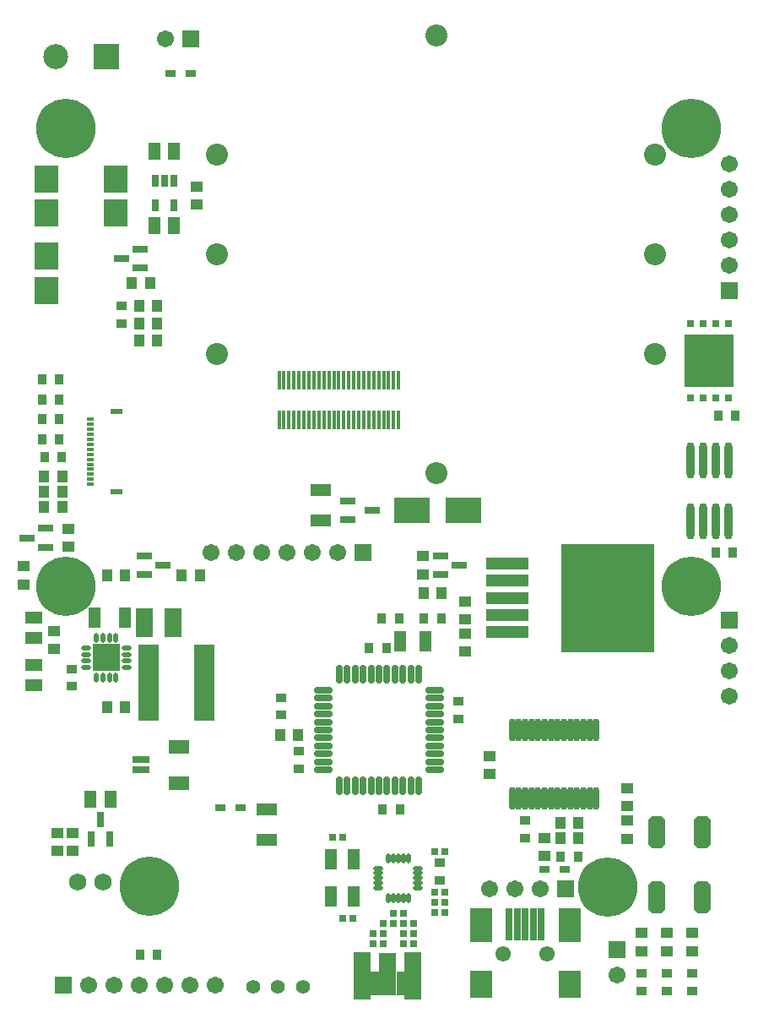
<source format=gts>
%FSLAX25Y25*%
%MOIN*%
G70*
G01*
G75*
G04 Layer_Color=8388736*
%ADD10R,0.02362X0.02362*%
%ADD11R,0.05512X0.02362*%
%ADD12R,0.05315X0.02362*%
%ADD13R,0.03740X0.03150*%
%ADD14R,0.02953X0.03543*%
%ADD15R,0.07087X0.04134*%
%ADD16R,0.03150X0.01969*%
%ADD17R,0.08465X0.09843*%
%ADD18R,0.01969X0.02362*%
%ADD19R,0.18898X0.20315*%
%ADD20O,0.02362X0.13583*%
%ADD21O,0.01772X0.08268*%
%ADD22R,0.05906X0.16142*%
%ADD23R,0.05906X0.17716*%
%ADD24R,0.04134X0.08661*%
%ADD25R,0.05906X0.11024*%
%ADD26R,0.06102X0.02362*%
%ADD27R,0.07087X0.04724*%
%ADD28R,0.03937X0.01181*%
%ADD29R,0.02756X0.01181*%
%ADD30R,0.03150X0.03740*%
%ADD31R,0.03543X0.02953*%
%ADD32O,0.01181X0.03150*%
%ADD33O,0.03150X0.01181*%
%ADD34R,0.04331X0.07480*%
%ADD35R,0.04134X0.07087*%
%ADD36R,0.05709X0.04331*%
%ADD37R,0.04331X0.07480*%
%ADD38O,0.02165X0.06890*%
%ADD39O,0.06890X0.02165*%
%ADD40R,0.00984X0.07087*%
%ADD41R,0.04331X0.05709*%
%ADD42R,0.02362X0.05512*%
%ADD43R,0.07874X0.12992*%
%ADD44R,0.07874X0.09843*%
%ADD45R,0.01969X0.12205*%
%ADD46R,0.09843X0.09843*%
%ADD47O,0.03150X0.01378*%
%ADD48O,0.01378X0.03150*%
%ADD49R,0.07087X0.29528*%
%ADD50R,0.02362X0.04134*%
%ADD51R,0.04134X0.05906*%
%ADD52R,0.13189X0.09646*%
%ADD53R,0.35827X0.42323*%
%ADD54R,0.16339X0.03937*%
%ADD55C,0.01000*%
%ADD56C,0.01200*%
%ADD57C,0.03000*%
%ADD58C,0.04000*%
%ADD59C,0.02000*%
%ADD60C,0.01500*%
%ADD61C,0.00800*%
%ADD62R,0.00653X0.00435*%
%ADD63R,0.02142X0.00344*%
%ADD64R,0.04702X0.00344*%
%ADD65R,0.00286X0.00429*%
%ADD66R,0.00262X0.00395*%
%ADD67R,0.00248X0.00441*%
%ADD68R,0.00441X0.00236*%
%ADD69R,0.00280X0.00186*%
%ADD70R,0.00239X0.00358*%
%ADD71R,0.00239X0.00358*%
%ADD72R,0.00342X0.00386*%
%ADD73R,0.00342X0.00386*%
%ADD74R,0.01705X0.01280*%
%ADD75R,0.01705X0.00581*%
%ADD76R,0.04134X0.11614*%
%ADD77R,0.06299X0.06988*%
%ADD78R,0.07776X0.02559*%
%ADD79R,0.03937X0.04715*%
%ADD80R,0.07569X0.07569*%
G04:AMPARAMS|DCode=81|XSize=120mil|YSize=60mil|CornerRadius=0mil|HoleSize=0mil|Usage=FLASHONLY|Rotation=90.000|XOffset=0mil|YOffset=0mil|HoleType=Round|Shape=Octagon|*
%AMOCTAGOND81*
4,1,8,0.01500,0.06000,-0.01500,0.06000,-0.03000,0.04500,-0.03000,-0.04500,-0.01500,-0.06000,0.01500,-0.06000,0.03000,-0.04500,0.03000,0.04500,0.01500,0.06000,0.0*
%
%ADD81OCTAGOND81*%

%ADD82C,0.04724*%
%ADD83R,0.05906X0.05906*%
%ADD84C,0.05906*%
%ADD85R,0.05906X0.05906*%
%ADD86R,0.09055X0.09055*%
%ADD87C,0.09055*%
%ADD88C,0.22638*%
%ADD89C,0.07874*%
%ADD90C,0.06000*%
%ADD91C,0.05315*%
%ADD92C,0.02400*%
%ADD93C,0.05000*%
%ADD94C,0.04800*%
%ADD95R,0.00613X0.00499*%
%ADD96C,0.00984*%
%ADD97C,0.02362*%
%ADD98C,0.00400*%
%ADD99C,0.00787*%
%ADD100C,0.00591*%
%ADD101C,0.00492*%
%ADD102C,0.01969*%
%ADD103C,0.00700*%
%ADD104R,0.06299X0.02165*%
%ADD105R,0.02165X0.10236*%
%ADD106R,0.02165X0.06299*%
%ADD107R,0.01378X0.03150*%
%ADD108R,0.01280X0.03051*%
%ADD109R,0.03162X0.03162*%
%ADD110R,0.06312X0.03162*%
%ADD111R,0.06115X0.03162*%
%ADD112R,0.04540X0.03950*%
%ADD113R,0.03753X0.04343*%
%ADD114R,0.07887X0.04934*%
%ADD115R,0.03950X0.02769*%
%ADD116R,0.09265X0.10642*%
%ADD117R,0.02769X0.03162*%
%ADD118R,0.19698X0.21115*%
%ADD119O,0.03162X0.14383*%
%ADD120O,0.02572X0.09068*%
%ADD121R,0.06706X0.16942*%
%ADD122R,0.06706X0.18517*%
%ADD123R,0.04934X0.09461*%
%ADD124R,0.06706X0.11824*%
%ADD125R,0.06902X0.03162*%
%ADD126R,0.07887X0.05524*%
%ADD127R,0.04737X0.01981*%
%ADD128R,0.03136X0.01561*%
%ADD129R,0.03950X0.04540*%
%ADD130R,0.04343X0.03753*%
%ADD131O,0.01981X0.03950*%
%ADD132O,0.03950X0.01981*%
%ADD133R,0.05131X0.08280*%
%ADD134R,0.04934X0.07887*%
%ADD135R,0.06509X0.05131*%
%ADD136R,0.05131X0.08280*%
%ADD137O,0.02745X0.07470*%
%ADD138O,0.07470X0.02745*%
%ADD139R,0.01564X0.07667*%
%ADD140R,0.05131X0.06509*%
%ADD141R,0.03162X0.06312*%
%ADD142R,0.08674X0.13792*%
%ADD143R,0.08674X0.10642*%
%ADD144R,0.02749X0.12985*%
%ADD145R,0.10642X0.10642*%
%ADD146O,0.03930X0.02158*%
%ADD147O,0.02158X0.03930*%
%ADD148R,0.07887X0.30328*%
%ADD149R,0.03162X0.04934*%
%ADD150R,0.04934X0.06706*%
%ADD151R,0.13989X0.10446*%
%ADD152R,0.36627X0.43123*%
%ADD153R,0.17139X0.04737*%
G04:AMPARAMS|DCode=154|XSize=128mil|YSize=68mil|CornerRadius=0mil|HoleSize=0mil|Usage=FLASHONLY|Rotation=90.000|XOffset=0mil|YOffset=0mil|HoleType=Round|Shape=Octagon|*
%AMOCTAGOND154*
4,1,8,0.01700,0.06400,-0.01700,0.06400,-0.03400,0.04700,-0.03400,-0.04700,-0.01700,-0.06400,0.01700,-0.06400,0.03400,-0.04700,0.03400,0.04700,0.01700,0.06400,0.0*
%
%ADD154OCTAGOND154*%

%ADD155C,0.05524*%
%ADD156R,0.06706X0.06706*%
%ADD157C,0.06706*%
%ADD158R,0.06706X0.06706*%
%ADD159R,0.09855X0.09855*%
%ADD160C,0.09855*%
%ADD161C,0.23438*%
%ADD162C,0.08674*%
%ADD163C,0.06800*%
%ADD164C,0.06115*%
D109*
X1352362Y1220449D02*
D03*
X1348425D02*
D03*
Y1240449D02*
D03*
X1352362D02*
D03*
X1348425Y1224449D02*
D03*
X1352362D02*
D03*
X1339862Y1207949D02*
D03*
X1335925D02*
D03*
Y1203949D02*
D03*
X1339862D02*
D03*
X1327862D02*
D03*
X1323925D02*
D03*
X1327862Y1207949D02*
D03*
X1323925D02*
D03*
X1311862Y1245949D02*
D03*
X1307925D02*
D03*
X1311925Y1213949D02*
D03*
X1315862D02*
D03*
X1339862Y1211949D02*
D03*
X1335925D02*
D03*
X1335862Y1215949D02*
D03*
X1331925D02*
D03*
X1327925Y1211949D02*
D03*
X1331862D02*
D03*
X1352362Y1216449D02*
D03*
X1348425D02*
D03*
D110*
X1350591Y1357087D02*
D03*
Y1349606D02*
D03*
X1358071Y1353347D02*
D03*
X1194685Y1360433D02*
D03*
Y1367913D02*
D03*
X1187205Y1364173D02*
D03*
X1233465Y1357087D02*
D03*
Y1349606D02*
D03*
X1240945Y1353347D02*
D03*
X1224606Y1474409D02*
D03*
X1232087Y1478150D02*
D03*
Y1470669D02*
D03*
D111*
X1314075Y1378740D02*
D03*
Y1371260D02*
D03*
X1323720Y1375000D02*
D03*
D112*
X1197835Y1327362D02*
D03*
Y1320276D02*
D03*
X1203740Y1367717D02*
D03*
Y1360630D02*
D03*
X1186024Y1352953D02*
D03*
Y1345866D02*
D03*
X1424213Y1258268D02*
D03*
Y1265354D02*
D03*
Y1245472D02*
D03*
Y1252559D02*
D03*
X1449803Y1201181D02*
D03*
Y1208268D02*
D03*
X1205315Y1247736D02*
D03*
Y1240650D02*
D03*
X1370079Y1278150D02*
D03*
Y1271063D02*
D03*
X1391535Y1238701D02*
D03*
Y1245788D02*
D03*
X1430020Y1208268D02*
D03*
Y1201181D02*
D03*
X1439862Y1208268D02*
D03*
Y1201181D02*
D03*
X1199409Y1240650D02*
D03*
Y1247736D02*
D03*
X1254331Y1495571D02*
D03*
Y1502658D02*
D03*
X1360236Y1326378D02*
D03*
Y1319291D02*
D03*
Y1339173D02*
D03*
Y1332087D02*
D03*
X1343504Y1349803D02*
D03*
Y1356890D02*
D03*
D113*
X1200098Y1426673D02*
D03*
X1193209D02*
D03*
X1200098Y1418799D02*
D03*
X1193209D02*
D03*
X1200098Y1410925D02*
D03*
X1193209D02*
D03*
X1200098Y1403051D02*
D03*
X1193209D02*
D03*
X1238681Y1199803D02*
D03*
X1231791D02*
D03*
X1460138Y1412402D02*
D03*
X1467028D02*
D03*
X1201083Y1396161D02*
D03*
X1194193D02*
D03*
X1398032Y1238504D02*
D03*
X1404921D02*
D03*
X1459153Y1358268D02*
D03*
X1466043D02*
D03*
X1327756Y1256890D02*
D03*
X1334646D02*
D03*
X1329232Y1320866D02*
D03*
X1322342D02*
D03*
X1334154Y1332382D02*
D03*
X1327264D02*
D03*
X1343996D02*
D03*
X1350886D02*
D03*
D114*
X1281903Y1245155D02*
D03*
Y1257163D02*
D03*
X1303150Y1370965D02*
D03*
Y1382972D02*
D03*
D115*
X1251968Y1547244D02*
D03*
X1244094D02*
D03*
X1399606Y1233268D02*
D03*
X1391732D02*
D03*
X1271653Y1257874D02*
D03*
X1263780D02*
D03*
D116*
X1194882Y1475295D02*
D03*
Y1461713D02*
D03*
Y1505807D02*
D03*
Y1492224D02*
D03*
X1222441Y1505807D02*
D03*
Y1492224D02*
D03*
D117*
X1464193Y1419488D02*
D03*
X1459193Y1448622D02*
D03*
X1454193D02*
D03*
X1449193D02*
D03*
X1464193D02*
D03*
X1459193Y1419488D02*
D03*
X1454193D02*
D03*
X1449193D02*
D03*
D118*
X1456693Y1434055D02*
D03*
D119*
X1449193Y1370866D02*
D03*
X1454193D02*
D03*
X1459193D02*
D03*
X1464193D02*
D03*
X1449193Y1394882D02*
D03*
X1454193D02*
D03*
X1459193D02*
D03*
X1464193D02*
D03*
D120*
X1378839Y1261240D02*
D03*
X1381398D02*
D03*
X1383957D02*
D03*
X1386516D02*
D03*
X1389075D02*
D03*
X1391634D02*
D03*
X1394193D02*
D03*
X1396752D02*
D03*
X1399311D02*
D03*
X1401870D02*
D03*
X1404429D02*
D03*
X1406988D02*
D03*
X1409547D02*
D03*
X1412106D02*
D03*
X1378839Y1288406D02*
D03*
X1381398D02*
D03*
X1383957D02*
D03*
X1386516D02*
D03*
X1389075D02*
D03*
X1391634D02*
D03*
X1394193D02*
D03*
X1396752D02*
D03*
X1399311D02*
D03*
X1401870D02*
D03*
X1404429D02*
D03*
X1406988D02*
D03*
X1409547D02*
D03*
X1412106D02*
D03*
D121*
X1329752Y1192055D02*
D03*
D122*
X1339752Y1191268D02*
D03*
X1319752D02*
D03*
D123*
X1323945Y1188284D02*
D03*
X1335559D02*
D03*
D124*
X1244980Y1330709D02*
D03*
X1233563D02*
D03*
D125*
X1232185Y1272638D02*
D03*
Y1276575D02*
D03*
D126*
X1247441Y1281693D02*
D03*
Y1267520D02*
D03*
D127*
X1222638Y1414035D02*
D03*
Y1382224D02*
D03*
D128*
X1212205Y1385335D02*
D03*
Y1387303D02*
D03*
Y1389272D02*
D03*
Y1391240D02*
D03*
Y1393209D02*
D03*
Y1395177D02*
D03*
Y1397146D02*
D03*
Y1399114D02*
D03*
Y1401083D02*
D03*
Y1403051D02*
D03*
Y1405020D02*
D03*
Y1406988D02*
D03*
Y1408957D02*
D03*
Y1410925D02*
D03*
D129*
X1194094Y1388287D02*
D03*
X1201181D02*
D03*
X1194094Y1382382D02*
D03*
X1201181D02*
D03*
X1194094Y1376476D02*
D03*
X1201181D02*
D03*
X1228740Y1464567D02*
D03*
X1235827D02*
D03*
X1238780Y1455709D02*
D03*
X1231693D02*
D03*
X1238780Y1448819D02*
D03*
X1231693D02*
D03*
X1226083Y1297244D02*
D03*
X1218996D02*
D03*
X1397835Y1245689D02*
D03*
X1404921D02*
D03*
X1404921Y1251595D02*
D03*
X1397835D02*
D03*
X1225984Y1349409D02*
D03*
X1218898D02*
D03*
X1255512D02*
D03*
X1248425D02*
D03*
X1294390Y1286417D02*
D03*
X1287303D02*
D03*
X1343898Y1342520D02*
D03*
X1350984D02*
D03*
X1238780Y1441929D02*
D03*
X1231693D02*
D03*
D130*
X1350394Y1235894D02*
D03*
Y1229004D02*
D03*
X1204823Y1312500D02*
D03*
Y1305610D02*
D03*
X1383957Y1245689D02*
D03*
Y1252579D02*
D03*
X1439961Y1185532D02*
D03*
Y1192421D02*
D03*
X1430020Y1185532D02*
D03*
Y1192421D02*
D03*
X1294783Y1280020D02*
D03*
Y1273130D02*
D03*
X1287598Y1301181D02*
D03*
Y1294291D02*
D03*
X1357776Y1292815D02*
D03*
Y1299705D02*
D03*
X1224705Y1448819D02*
D03*
Y1455709D02*
D03*
X1449803Y1192421D02*
D03*
Y1185532D02*
D03*
D131*
X1337831Y1237823D02*
D03*
X1335862D02*
D03*
X1333894D02*
D03*
X1331925D02*
D03*
X1329957D02*
D03*
Y1222075D02*
D03*
X1331925D02*
D03*
X1333894D02*
D03*
X1335862D02*
D03*
X1337831D02*
D03*
D132*
X1326020Y1233886D02*
D03*
Y1231917D02*
D03*
Y1229949D02*
D03*
Y1227980D02*
D03*
Y1226012D02*
D03*
X1341768D02*
D03*
Y1227980D02*
D03*
Y1229949D02*
D03*
Y1231917D02*
D03*
Y1233886D02*
D03*
D133*
X1307366Y1222665D02*
D03*
Y1237232D02*
D03*
X1316421D02*
D03*
Y1222665D02*
D03*
D134*
X1214075Y1332677D02*
D03*
X1226083D02*
D03*
D135*
X1190059Y1313976D02*
D03*
Y1306102D02*
D03*
Y1332677D02*
D03*
Y1324803D02*
D03*
D136*
X1344488Y1323524D02*
D03*
X1334646D02*
D03*
D137*
X1310532Y1310532D02*
D03*
X1313681D02*
D03*
X1316831D02*
D03*
X1319980D02*
D03*
X1323130D02*
D03*
X1326280D02*
D03*
X1329429D02*
D03*
X1332579D02*
D03*
X1335728D02*
D03*
X1338878D02*
D03*
X1342028D02*
D03*
Y1266240D02*
D03*
X1338878D02*
D03*
X1335728D02*
D03*
X1332579D02*
D03*
X1329429D02*
D03*
X1326280D02*
D03*
X1323130D02*
D03*
X1319980D02*
D03*
X1316831D02*
D03*
X1313681D02*
D03*
X1310532D02*
D03*
D138*
X1348425Y1304134D02*
D03*
Y1300984D02*
D03*
Y1297835D02*
D03*
Y1294685D02*
D03*
Y1291535D02*
D03*
Y1288386D02*
D03*
Y1285236D02*
D03*
Y1282087D02*
D03*
Y1278937D02*
D03*
Y1275787D02*
D03*
Y1272638D02*
D03*
X1304134D02*
D03*
Y1275787D02*
D03*
Y1278937D02*
D03*
Y1282087D02*
D03*
Y1285236D02*
D03*
Y1288386D02*
D03*
Y1291535D02*
D03*
Y1294685D02*
D03*
Y1297835D02*
D03*
Y1300984D02*
D03*
Y1304134D02*
D03*
D139*
X1286811Y1410630D02*
D03*
X1288780D02*
D03*
X1290748D02*
D03*
X1292717D02*
D03*
X1294685D02*
D03*
X1296653D02*
D03*
X1298622D02*
D03*
X1300591D02*
D03*
X1302559D02*
D03*
X1304527D02*
D03*
X1306496D02*
D03*
X1308465D02*
D03*
X1310433D02*
D03*
X1312402D02*
D03*
X1314370D02*
D03*
X1316339D02*
D03*
X1318307D02*
D03*
X1320276D02*
D03*
X1322244D02*
D03*
X1324213D02*
D03*
X1326181D02*
D03*
X1328150D02*
D03*
X1330118D02*
D03*
X1332087D02*
D03*
X1334055D02*
D03*
X1286811Y1426378D02*
D03*
X1288780D02*
D03*
X1290748D02*
D03*
X1292717D02*
D03*
X1294685D02*
D03*
X1296653D02*
D03*
X1298622D02*
D03*
X1300591D02*
D03*
X1302559D02*
D03*
X1304527D02*
D03*
X1306496D02*
D03*
X1308465D02*
D03*
X1310433D02*
D03*
X1312402D02*
D03*
X1314370D02*
D03*
X1316339D02*
D03*
X1318307D02*
D03*
X1320276D02*
D03*
X1322244D02*
D03*
X1324213D02*
D03*
X1326181D02*
D03*
X1328150D02*
D03*
X1330118D02*
D03*
X1332087D02*
D03*
X1334055D02*
D03*
D140*
X1212402Y1261024D02*
D03*
X1220276D02*
D03*
D141*
X1216339Y1252953D02*
D03*
X1220079Y1245472D02*
D03*
X1212598D02*
D03*
D142*
X1401574Y1211437D02*
D03*
X1366535D02*
D03*
D143*
Y1188209D02*
D03*
X1401574D02*
D03*
D144*
X1390354Y1211831D02*
D03*
X1387204D02*
D03*
X1384055D02*
D03*
X1380905D02*
D03*
X1377755D02*
D03*
D145*
X1218602Y1316929D02*
D03*
D146*
X1226476Y1320768D02*
D03*
Y1318209D02*
D03*
Y1315650D02*
D03*
Y1313091D02*
D03*
X1210728D02*
D03*
Y1315650D02*
D03*
Y1318209D02*
D03*
Y1320768D02*
D03*
D147*
X1222441Y1309055D02*
D03*
X1219882D02*
D03*
X1217323D02*
D03*
X1214764D02*
D03*
Y1324803D02*
D03*
X1217323D02*
D03*
X1219882D02*
D03*
X1222441D02*
D03*
D148*
X1257185Y1307087D02*
D03*
X1235138D02*
D03*
D149*
X1245276Y1504921D02*
D03*
X1241535D02*
D03*
X1237795D02*
D03*
Y1495276D02*
D03*
X1245276D02*
D03*
D150*
X1237697Y1487303D02*
D03*
X1245374D02*
D03*
X1237697Y1516831D02*
D03*
X1245374D02*
D03*
D151*
X1359646Y1375098D02*
D03*
X1339173D02*
D03*
D152*
X1416535Y1340551D02*
D03*
D153*
X1376968Y1327165D02*
D03*
Y1333858D02*
D03*
Y1340551D02*
D03*
Y1347244D02*
D03*
Y1353937D02*
D03*
D154*
X1436082Y1222395D02*
D03*
Y1247995D02*
D03*
X1453882Y1222395D02*
D03*
Y1247995D02*
D03*
D155*
X1296260Y1187008D02*
D03*
X1276575D02*
D03*
X1286417D02*
D03*
D156*
X1251968Y1561024D02*
D03*
X1201732Y1187638D02*
D03*
X1319882Y1358268D02*
D03*
X1399803Y1225610D02*
D03*
D157*
X1241969Y1561024D02*
D03*
X1464567Y1471614D02*
D03*
Y1481614D02*
D03*
Y1491614D02*
D03*
Y1501614D02*
D03*
Y1511614D02*
D03*
X1261732Y1187638D02*
D03*
X1251732D02*
D03*
X1241732D02*
D03*
X1231732D02*
D03*
X1211732D02*
D03*
X1221732D02*
D03*
X1420276Y1191772D02*
D03*
X1259882Y1358268D02*
D03*
X1269882D02*
D03*
X1279882D02*
D03*
X1289882D02*
D03*
X1309882D02*
D03*
X1299882D02*
D03*
X1464567Y1301693D02*
D03*
Y1311693D02*
D03*
Y1321693D02*
D03*
X1389803Y1225610D02*
D03*
X1379803D02*
D03*
X1369803D02*
D03*
D158*
X1464567Y1461614D02*
D03*
X1420276Y1201772D02*
D03*
X1464567Y1331693D02*
D03*
D159*
X1218661Y1554134D02*
D03*
D160*
X1198661D02*
D03*
D161*
X1449646Y1525669D02*
D03*
X1202598Y1345079D02*
D03*
Y1525669D02*
D03*
X1235512Y1226634D02*
D03*
X1416732Y1226339D02*
D03*
X1449646Y1345000D02*
D03*
D162*
X1348819Y1389567D02*
D03*
Y1562402D02*
D03*
X1262402Y1475984D02*
D03*
X1435236D02*
D03*
Y1515354D02*
D03*
Y1436614D02*
D03*
X1262402D02*
D03*
Y1515354D02*
D03*
D163*
X1217402Y1228543D02*
D03*
X1207402D02*
D03*
D164*
X1392717Y1200020D02*
D03*
X1375394D02*
D03*
M02*

</source>
